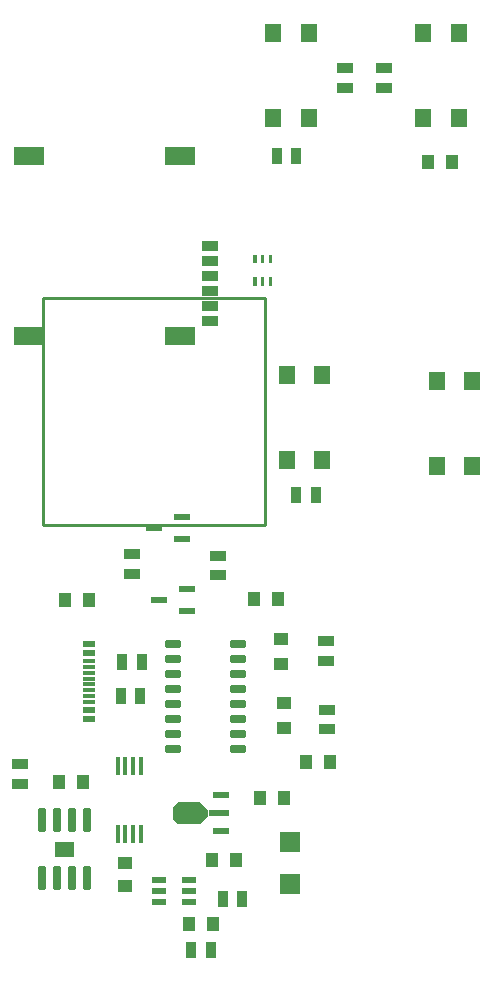
<source format=gbp>
G04*
G04 #@! TF.GenerationSoftware,Altium Limited,Altium Designer,24.5.2 (23)*
G04*
G04 Layer_Color=128*
%FSLAX44Y44*%
%MOMM*%
G71*
G04*
G04 #@! TF.SameCoordinates,D1886AC5-69C4-4AC9-A439-FDEF45822962*
G04*
G04*
G04 #@! TF.FilePolarity,Positive*
G04*
G01*
G75*
%ADD15C,0.2540*%
%ADD19R,0.8500X1.3500*%
%ADD20R,1.4000X1.6000*%
%ADD31R,1.0000X1.2500*%
%ADD94R,1.1400X0.6000*%
%ADD95R,1.1400X0.3000*%
%ADD96R,1.6800X1.7000*%
%ADD98R,1.3401X0.8999*%
G04:AMPARAMS|DCode=99|XSize=1.31mm|YSize=0.62mm|CornerRadius=0.0775mm|HoleSize=0mm|Usage=FLASHONLY|Rotation=180.000|XOffset=0mm|YOffset=0mm|HoleType=Round|Shape=RoundedRectangle|*
%AMROUNDEDRECTD99*
21,1,1.3100,0.4650,0,0,180.0*
21,1,1.1550,0.6200,0,0,180.0*
1,1,0.1550,-0.5775,0.2325*
1,1,0.1550,0.5775,0.2325*
1,1,0.1550,0.5775,-0.2325*
1,1,0.1550,-0.5775,-0.2325*
%
%ADD99ROUNDEDRECTD99*%
G04:AMPARAMS|DCode=100|XSize=1.56mm|YSize=0.4mm|CornerRadius=0.05mm|HoleSize=0mm|Usage=FLASHONLY|Rotation=90.000|XOffset=0mm|YOffset=0mm|HoleType=Round|Shape=RoundedRectangle|*
%AMROUNDEDRECTD100*
21,1,1.5600,0.3000,0,0,90.0*
21,1,1.4600,0.4000,0,0,90.0*
1,1,0.1000,0.1500,0.7300*
1,1,0.1000,0.1500,-0.7300*
1,1,0.1000,-0.1500,-0.7300*
1,1,0.1000,-0.1500,0.7300*
%
%ADD100ROUNDEDRECTD100*%
%ADD101R,1.4000X0.6000*%
%ADD102R,1.2100X0.5900*%
%ADD103R,1.3500X0.8500*%
G04:AMPARAMS|DCode=104|XSize=1.97mm|YSize=0.6mm|CornerRadius=0.075mm|HoleSize=0mm|Usage=FLASHONLY|Rotation=270.000|XOffset=0mm|YOffset=0mm|HoleType=Round|Shape=RoundedRectangle|*
%AMROUNDEDRECTD104*
21,1,1.9700,0.4500,0,0,270.0*
21,1,1.8200,0.6000,0,0,270.0*
1,1,0.1500,-0.2250,-0.9100*
1,1,0.1500,-0.2250,0.9100*
1,1,0.1500,0.2250,0.9100*
1,1,0.1500,0.2250,-0.9100*
%
%ADD104ROUNDEDRECTD104*%
%ADD105R,1.2500X1.0000*%
%ADD106R,1.3500X0.6000*%
%ADD107R,1.3000X1.1000*%
%ADD109R,1.8000X0.6000*%
%ADD110R,2.6101X1.5601*%
G36*
X231548Y757610D02*
X228520D01*
Y765090D01*
X231548D01*
Y757610D01*
D02*
G37*
G36*
X218505Y757607D02*
X215520D01*
Y765090D01*
X218505D01*
Y757607D01*
D02*
G37*
G36*
X225021Y757596D02*
X222020D01*
Y765090D01*
X225021D01*
Y757596D01*
D02*
G37*
G36*
X231531Y738571D02*
X228520D01*
Y746090D01*
X231531D01*
Y738571D01*
D02*
G37*
G36*
X225022Y738569D02*
X222020D01*
Y746090D01*
X225022D01*
Y738569D01*
D02*
G37*
G36*
X218508Y738559D02*
X215520D01*
Y746090D01*
X218508D01*
Y738559D01*
D02*
G37*
G36*
X177180Y295100D02*
Y289100D01*
X170680Y282600D01*
X151680D01*
X147320Y286960D01*
Y297240D01*
X151680Y301600D01*
X170680D01*
X177180Y295100D01*
D02*
G37*
G36*
X64080Y255170D02*
X47680D01*
Y268070D01*
X64080D01*
Y255170D01*
D02*
G37*
D15*
X37220Y728410D02*
X225220D01*
X37220Y536410D02*
Y728410D01*
X225220Y536410D02*
Y728410D01*
X37220Y536410D02*
X225220D01*
D19*
X206370Y219710D02*
D03*
X120010Y391160D02*
D03*
X121280Y420370D02*
D03*
X252100Y561340D02*
D03*
X252090Y848360D02*
D03*
X235590D02*
D03*
X268600Y561340D02*
D03*
X103510Y391160D02*
D03*
X104780Y420370D02*
D03*
X189870Y219710D02*
D03*
X179700Y176530D02*
D03*
X163200D02*
D03*
D20*
X389650Y880940D02*
D03*
X262650D02*
D03*
X401080Y586300D02*
D03*
X274080Y591380D02*
D03*
X262650Y952940D02*
D03*
X232650D02*
D03*
Y880940D02*
D03*
X401080Y658300D02*
D03*
X371080D02*
D03*
Y586300D02*
D03*
X389650Y952940D02*
D03*
X359650D02*
D03*
Y880940D02*
D03*
X274080Y663380D02*
D03*
X244080D02*
D03*
Y591380D02*
D03*
D31*
X161450Y198120D02*
D03*
X181450D02*
D03*
X383380Y843280D02*
D03*
X236060Y473710D02*
D03*
X260510Y335280D02*
D03*
X221140Y304800D02*
D03*
X180500Y252730D02*
D03*
X56040Y472440D02*
D03*
X50960Y318770D02*
D03*
X280510Y335280D02*
D03*
X200500Y252730D02*
D03*
X70960Y318770D02*
D03*
X363380Y843280D02*
D03*
X241140Y304800D02*
D03*
X216060Y473710D02*
D03*
X76040Y472440D02*
D03*
D94*
X76250Y435550D02*
D03*
Y427550D02*
D03*
Y379550D02*
D03*
Y371550D02*
D03*
D95*
Y421050D02*
D03*
Y416050D02*
D03*
Y411050D02*
D03*
Y406050D02*
D03*
Y386050D02*
D03*
Y391050D02*
D03*
Y396050D02*
D03*
Y401050D02*
D03*
D96*
X246380Y268090D02*
D03*
Y232290D02*
D03*
D98*
X179070Y708459D02*
D03*
Y759460D02*
D03*
Y733958D02*
D03*
Y772208D02*
D03*
Y746709D02*
D03*
Y721210D02*
D03*
D99*
X202760Y435610D02*
D03*
X147760D02*
D03*
Y422910D02*
D03*
X202760Y346710D02*
D03*
X147760Y359410D02*
D03*
X202760D02*
D03*
Y384810D02*
D03*
X147760Y346710D02*
D03*
X202760Y372110D02*
D03*
X147760D02*
D03*
Y384810D02*
D03*
Y410210D02*
D03*
X202760Y397510D02*
D03*
Y410210D02*
D03*
X147760Y397510D02*
D03*
X202760Y422910D02*
D03*
D100*
X113740Y332330D02*
D03*
Y274730D02*
D03*
X107240Y332330D02*
D03*
Y274730D02*
D03*
X120240D02*
D03*
X100740D02*
D03*
Y332330D02*
D03*
X120240D02*
D03*
D101*
X188180Y307100D02*
D03*
Y277100D02*
D03*
D102*
X136040Y235560D02*
D03*
Y226060D02*
D03*
Y216560D02*
D03*
X161140D02*
D03*
Y226060D02*
D03*
Y235560D02*
D03*
D103*
X17780Y333370D02*
D03*
X276860Y421010D02*
D03*
X278130Y363230D02*
D03*
X293370Y922650D02*
D03*
Y906150D02*
D03*
X326390D02*
D03*
Y922650D02*
D03*
X113030Y494670D02*
D03*
Y511170D02*
D03*
X185420Y493400D02*
D03*
Y509900D02*
D03*
X276860Y437510D02*
D03*
X278130Y379730D02*
D03*
X17780Y316870D02*
D03*
D104*
X62230Y286370D02*
D03*
X36830D02*
D03*
X74930D02*
D03*
X36830Y236870D02*
D03*
X49530D02*
D03*
X62230D02*
D03*
X74930D02*
D03*
X49530Y286370D02*
D03*
D105*
X106680Y250030D02*
D03*
Y230030D02*
D03*
D106*
X135320Y472440D02*
D03*
X159320Y462940D02*
D03*
Y481940D02*
D03*
X131510Y533400D02*
D03*
X155510Y523900D02*
D03*
Y542900D02*
D03*
D107*
X241300Y364150D02*
D03*
Y385150D02*
D03*
X238760Y418760D02*
D03*
Y439760D02*
D03*
D109*
X186180Y292100D02*
D03*
D110*
X25319Y848210D02*
D03*
Y695960D02*
D03*
X153820Y848210D02*
D03*
Y695960D02*
D03*
M02*

</source>
